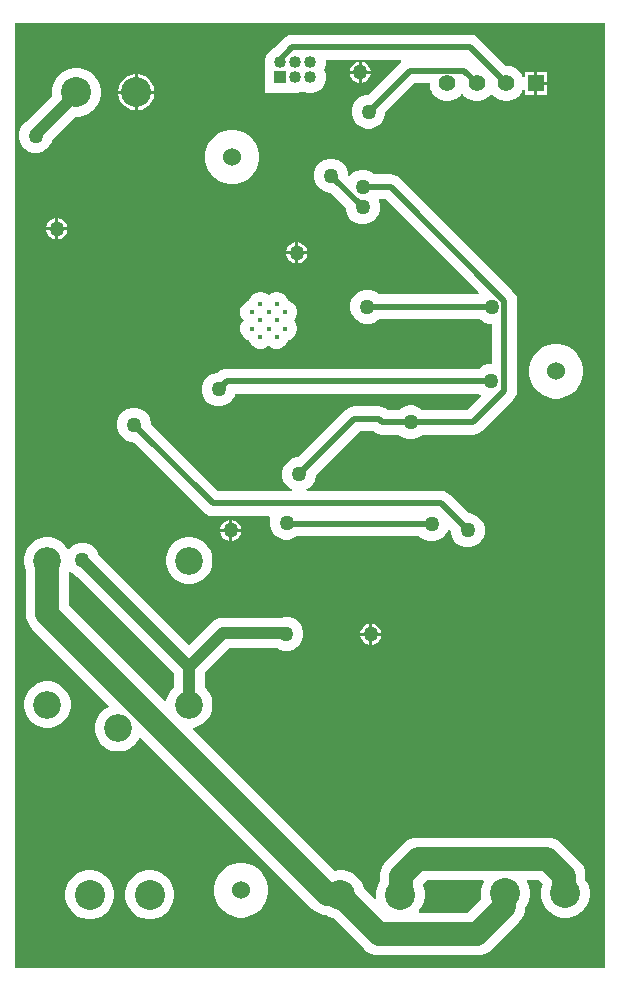
<source format=gbr>
G04*
G04 #@! TF.GenerationSoftware,Altium Limited,Altium Designer,24.4.1 (13)*
G04*
G04 Layer_Physical_Order=2*
G04 Layer_Color=16711680*
%FSLAX44Y44*%
%MOMM*%
G71*
G04*
G04 #@! TF.SameCoordinates,35E0C0FB-C19D-4D04-833B-EC0655963EBE*
G04*
G04*
G04 #@! TF.FilePolarity,Positive*
G04*
G01*
G75*
%ADD12C,0.5000*%
%ADD46C,2.5400*%
%ADD47R,1.4000X1.4000*%
%ADD48C,1.4000*%
%ADD51C,2.3400*%
%ADD53C,1.0000*%
%ADD54C,2.0000*%
%ADD55C,1.5240*%
%ADD56C,0.4000*%
%ADD57C,1.0160*%
%ADD58R,1.0160X1.0160*%
%ADD59C,1.2700*%
G36*
X500000Y0D02*
X0D01*
X-0Y800000D01*
X500000D01*
Y0D01*
D02*
G37*
%LPC*%
G36*
X293610Y767617D02*
Y760024D01*
X301203D01*
X300624Y762185D01*
X299454Y764212D01*
X297799Y765867D01*
X295771Y767038D01*
X293610Y767617D01*
D02*
G37*
G36*
X291070D02*
X288909Y767038D01*
X286881Y765867D01*
X285226Y764212D01*
X284056Y762185D01*
X283477Y760024D01*
X291070D01*
Y767617D01*
D02*
G37*
G36*
X450700Y758840D02*
X442430D01*
Y750570D01*
X450700D01*
Y758840D01*
D02*
G37*
G36*
X301203Y757484D02*
X293610D01*
Y749890D01*
X295771Y750469D01*
X297799Y751640D01*
X299454Y753295D01*
X300624Y755322D01*
X301203Y757484D01*
D02*
G37*
G36*
X291070D02*
X283477D01*
X284056Y755322D01*
X285226Y753295D01*
X286881Y751640D01*
X288909Y750469D01*
X291070Y749890D01*
Y757484D01*
D02*
G37*
G36*
X104371Y756920D02*
X104140D01*
Y742950D01*
X118110D01*
Y743181D01*
X117524Y746125D01*
X116376Y748899D01*
X114708Y751395D01*
X112585Y753518D01*
X110089Y755186D01*
X107316Y756334D01*
X104371Y756920D01*
D02*
G37*
G36*
X101600D02*
X101369D01*
X98425Y756334D01*
X95651Y755186D01*
X93155Y753518D01*
X91032Y751395D01*
X89365Y748899D01*
X88216Y746125D01*
X87630Y743181D01*
Y742950D01*
X101600D01*
Y756920D01*
D02*
G37*
G36*
X450700Y748030D02*
X442430D01*
Y739760D01*
X450700D01*
Y748030D01*
D02*
G37*
G36*
X385680Y790371D02*
X234950D01*
X232209Y790010D01*
X229655Y788952D01*
X227461Y787269D01*
X219434Y779242D01*
X216663Y777642D01*
X214228Y775207D01*
X212506Y772224D01*
X211615Y768897D01*
Y765453D01*
Y741395D01*
X239117D01*
X242444Y742287D01*
X243745Y743038D01*
X245046Y742287D01*
X248373Y741395D01*
X251817D01*
X255144Y742287D01*
X258126Y744009D01*
X260562Y746444D01*
X262283Y749427D01*
X263175Y752753D01*
Y756197D01*
X262283Y759524D01*
X261532Y760825D01*
X262283Y762127D01*
X263175Y765453D01*
Y768897D01*
X263399Y769189D01*
X326895D01*
X327303Y767987D01*
X326832Y767625D01*
X298895Y739688D01*
X297633D01*
X293984Y738710D01*
X290711Y736821D01*
X288040Y734149D01*
X286150Y730877D01*
X285173Y727227D01*
Y723449D01*
X286150Y719799D01*
X288040Y716527D01*
X290711Y713855D01*
X293984Y711966D01*
X297633Y710988D01*
X301412D01*
X305061Y711966D01*
X308334Y713855D01*
X311005Y716527D01*
X312895Y719799D01*
X313873Y723449D01*
Y724711D01*
X338707Y749546D01*
X351160D01*
Y747823D01*
X351736Y744925D01*
X352867Y742195D01*
X354509Y739738D01*
X356598Y737649D01*
X359055Y736007D01*
X361785Y734876D01*
X364683Y734300D01*
X367637D01*
X370535Y734876D01*
X373265Y736007D01*
X375722Y737649D01*
X377811Y739738D01*
X378025Y740058D01*
X379295D01*
X379509Y739738D01*
X381598Y737649D01*
X384055Y736007D01*
X386785Y734876D01*
X389683Y734300D01*
X392637D01*
X395535Y734876D01*
X398265Y736007D01*
X400722Y737649D01*
X402811Y739738D01*
X403025Y740058D01*
X404295D01*
X404509Y739738D01*
X406598Y737649D01*
X409055Y736007D01*
X411785Y734876D01*
X414682Y734300D01*
X417637D01*
X420535Y734876D01*
X423265Y736007D01*
X425722Y737649D01*
X427811Y739738D01*
X429453Y742195D01*
X430350Y744361D01*
X431620Y744109D01*
Y739760D01*
X439890D01*
Y749300D01*
Y758840D01*
X431620D01*
Y754491D01*
X430350Y754239D01*
X429453Y756405D01*
X427811Y758862D01*
X425722Y760951D01*
X423265Y762593D01*
X420535Y763724D01*
X417637Y764300D01*
X416137D01*
X393168Y787269D01*
X390975Y788952D01*
X388421Y790010D01*
X385680Y790371D01*
D02*
G37*
G36*
X118110Y740410D02*
X104140D01*
Y726440D01*
X104371D01*
X107316Y727026D01*
X110089Y728175D01*
X112585Y729842D01*
X114708Y731965D01*
X116376Y734461D01*
X117524Y737235D01*
X118110Y740179D01*
Y740410D01*
D02*
G37*
G36*
X101600D02*
X87630D01*
Y740179D01*
X88216Y737235D01*
X89365Y734461D01*
X91032Y731965D01*
X93155Y729842D01*
X95651Y728175D01*
X98425Y727026D01*
X101369Y726440D01*
X101600D01*
Y740410D01*
D02*
G37*
G36*
X54109Y762380D02*
X50031D01*
X46032Y761585D01*
X42265Y760024D01*
X38875Y757759D01*
X35991Y754875D01*
X33726Y751485D01*
X32166Y747718D01*
X31370Y743719D01*
Y739641D01*
X31600Y738484D01*
X10106Y716989D01*
X8969Y716333D01*
X6297Y713661D01*
X4408Y710389D01*
X3430Y706739D01*
Y702961D01*
X4408Y699311D01*
X6297Y696039D01*
X8969Y693367D01*
X12241Y691478D01*
X15891Y690500D01*
X19669D01*
X23319Y691478D01*
X26591Y693367D01*
X29263Y696039D01*
X31152Y699311D01*
X31751Y701548D01*
X51184Y720980D01*
X54109D01*
X58108Y721776D01*
X61875Y723336D01*
X65266Y725601D01*
X68149Y728485D01*
X70414Y731875D01*
X71975Y735642D01*
X72770Y739641D01*
Y743719D01*
X71975Y747718D01*
X70414Y751485D01*
X68149Y754875D01*
X65266Y757759D01*
X61875Y760024D01*
X58108Y761585D01*
X54109Y762380D01*
D02*
G37*
G36*
X186415Y710070D02*
X181885D01*
X177441Y709186D01*
X173255Y707452D01*
X169488Y704935D01*
X166285Y701732D01*
X163768Y697965D01*
X162034Y693779D01*
X161150Y689335D01*
Y684805D01*
X162034Y680361D01*
X163768Y676175D01*
X166285Y672408D01*
X169488Y669205D01*
X173255Y666688D01*
X177441Y664954D01*
X181885Y664070D01*
X186415D01*
X190859Y664954D01*
X195045Y666688D01*
X198812Y669205D01*
X202015Y672408D01*
X204532Y676175D01*
X206266Y680361D01*
X207150Y684805D01*
Y689335D01*
X206266Y693779D01*
X204532Y697965D01*
X202015Y701732D01*
X198812Y704935D01*
X195045Y707452D01*
X190859Y709186D01*
X186415Y710070D01*
D02*
G37*
G36*
X36830Y634973D02*
Y627380D01*
X44423D01*
X43844Y629541D01*
X42674Y631569D01*
X41019Y633224D01*
X38991Y634394D01*
X36830Y634973D01*
D02*
G37*
G36*
X34290D02*
X32129Y634394D01*
X30101Y633224D01*
X28446Y631569D01*
X27276Y629541D01*
X26697Y627380D01*
X34290D01*
Y634973D01*
D02*
G37*
G36*
X44423Y624840D02*
X36830D01*
Y617247D01*
X38991Y617826D01*
X41019Y618996D01*
X42674Y620651D01*
X43844Y622679D01*
X44423Y624840D01*
D02*
G37*
G36*
X34290D02*
X26697D01*
X27276Y622679D01*
X28446Y620651D01*
X30101Y618996D01*
X32129Y617826D01*
X34290Y617247D01*
Y624840D01*
D02*
G37*
G36*
X240086Y614597D02*
Y607004D01*
X247680D01*
X247101Y609165D01*
X245930Y611192D01*
X244275Y612847D01*
X242248Y614018D01*
X240086Y614597D01*
D02*
G37*
G36*
X237547D02*
X235385Y614018D01*
X233358Y612847D01*
X231703Y611192D01*
X230532Y609165D01*
X229953Y607004D01*
X237547D01*
Y614597D01*
D02*
G37*
G36*
X247680Y604464D02*
X240086D01*
Y596870D01*
X242248Y597449D01*
X244275Y598620D01*
X245930Y600275D01*
X247101Y602302D01*
X247680Y604464D01*
D02*
G37*
G36*
X237547D02*
X229953D01*
X230532Y602302D01*
X231703Y600275D01*
X233358Y598620D01*
X235385Y597449D01*
X237547Y596870D01*
Y604464D01*
D02*
G37*
G36*
X269662Y685586D02*
X265883D01*
X262234Y684608D01*
X258961Y682719D01*
X256290Y680047D01*
X254400Y676775D01*
X253423Y673125D01*
Y669347D01*
X254400Y665697D01*
X256290Y662425D01*
X258961Y659753D01*
X262234Y657864D01*
X265883Y656886D01*
X267145D01*
X280347Y643685D01*
Y642423D01*
X281324Y638773D01*
X283214Y635501D01*
X285885Y632829D01*
X289158Y630940D01*
X292807Y629962D01*
X296586D01*
X300235Y630940D01*
X303508Y632829D01*
X306179Y635501D01*
X308069Y638773D01*
X309046Y642423D01*
Y646201D01*
X308103Y649724D01*
X308198Y650161D01*
X308679Y650994D01*
X313932D01*
X392995Y571931D01*
X392469Y570661D01*
X308153D01*
X307261Y571553D01*
X303989Y573442D01*
X300339Y574420D01*
X296561D01*
X292911Y573442D01*
X289639Y571553D01*
X286967Y568881D01*
X285078Y565609D01*
X284100Y561959D01*
Y558181D01*
X285078Y554531D01*
X286967Y551259D01*
X289639Y548587D01*
X292911Y546698D01*
X296561Y545720D01*
X300339D01*
X303989Y546698D01*
X307261Y548587D01*
X308153Y549479D01*
X394157D01*
X395049Y548587D01*
X398321Y546698D01*
X401971Y545720D01*
X403994D01*
Y511596D01*
X401011D01*
X397362Y510618D01*
X394089Y508729D01*
X393197Y507837D01*
X179832D01*
X177091Y507476D01*
X174537Y506418D01*
X172343Y504735D01*
X172093Y504484D01*
X170831D01*
X167181Y503506D01*
X163909Y501617D01*
X161237Y498945D01*
X159348Y495673D01*
X158370Y492023D01*
Y488245D01*
X159348Y484595D01*
X161237Y481323D01*
X163909Y478651D01*
X167181Y476762D01*
X170831Y475784D01*
X174609D01*
X178259Y476762D01*
X181531Y478651D01*
X184203Y481323D01*
X186092Y484595D01*
X186644Y486656D01*
X393197D01*
X394089Y485763D01*
X394557Y485493D01*
X394723Y484234D01*
X383359Y472871D01*
X344983D01*
X344091Y473763D01*
X340819Y475652D01*
X337169Y476630D01*
X333391D01*
X329741Y475652D01*
X326469Y473763D01*
X325577Y472871D01*
X315581D01*
X313570Y474414D01*
X311015Y475472D01*
X308274Y475833D01*
X287584D01*
X284843Y475472D01*
X282289Y474414D01*
X280096Y472731D01*
X240221Y432856D01*
X238959D01*
X235310Y431878D01*
X232037Y429989D01*
X229366Y427317D01*
X227476Y424045D01*
X226499Y420395D01*
Y416617D01*
X227476Y412967D01*
X229366Y409695D01*
X232037Y407023D01*
X234720Y405475D01*
X234379Y404205D01*
X171829D01*
X115245Y460790D01*
Y462051D01*
X114267Y465701D01*
X112377Y468973D01*
X109706Y471645D01*
X106433Y473534D01*
X102784Y474512D01*
X99005D01*
X95356Y473534D01*
X92083Y471645D01*
X89412Y468973D01*
X87522Y465701D01*
X86545Y462051D01*
Y458273D01*
X87522Y454623D01*
X89412Y451351D01*
X92083Y448679D01*
X95356Y446790D01*
X99005Y445812D01*
X100267D01*
X159954Y386125D01*
X162147Y384442D01*
X164701Y383385D01*
X167442Y383024D01*
X215527D01*
X216502Y381754D01*
X215830Y379247D01*
Y375469D01*
X216808Y371819D01*
X218698Y368547D01*
X221369Y365875D01*
X224642Y363986D01*
X228291Y363008D01*
X232070D01*
X235719Y363986D01*
X238992Y365875D01*
X239165Y366049D01*
X342637D01*
X344249Y364437D01*
X347521Y362548D01*
X351171Y361570D01*
X354949D01*
X358599Y362548D01*
X361871Y364437D01*
X364543Y367109D01*
X366432Y370381D01*
X366651Y371197D01*
X367877Y371525D01*
X369190Y370213D01*
Y368951D01*
X370168Y365301D01*
X372057Y362029D01*
X374729Y359357D01*
X378001Y357468D01*
X381651Y356490D01*
X385429D01*
X389079Y357468D01*
X392351Y359357D01*
X395023Y362029D01*
X396912Y365301D01*
X397890Y368951D01*
Y372729D01*
X396912Y376379D01*
X395023Y379651D01*
X392351Y382323D01*
X389079Y384212D01*
X385429Y385190D01*
X384167D01*
X368255Y401103D01*
X366061Y402786D01*
X363507Y403844D01*
X360766Y404205D01*
X247318D01*
X246978Y405475D01*
X249660Y407023D01*
X252331Y409695D01*
X254221Y412967D01*
X255198Y416617D01*
Y417879D01*
X291971Y454652D01*
X303930D01*
X305941Y453108D01*
X308496Y452050D01*
X311236Y451689D01*
X325577D01*
X326469Y450797D01*
X329741Y448908D01*
X333391Y447930D01*
X337169D01*
X340819Y448908D01*
X344091Y450797D01*
X344983Y451689D01*
X387746D01*
X390487Y452050D01*
X393042Y453108D01*
X395235Y454791D01*
X422073Y481629D01*
X423756Y483823D01*
X424814Y486377D01*
X425175Y489118D01*
Y565318D01*
X424814Y568059D01*
X423756Y570614D01*
X422073Y572807D01*
X325807Y669073D01*
X323614Y670756D01*
X321059Y671814D01*
X318319Y672175D01*
X304400D01*
X303508Y673067D01*
X300235Y674956D01*
X296586Y675934D01*
X292807D01*
X289158Y674956D01*
X285885Y673067D01*
X283402Y670584D01*
X282122Y671864D01*
Y673125D01*
X281145Y676775D01*
X279255Y680047D01*
X276584Y682719D01*
X273311Y684608D01*
X269662Y685586D01*
D02*
G37*
G36*
X223187Y572710D02*
X220554D01*
X218010Y572029D01*
X215730Y570712D01*
X214870Y569852D01*
X214010Y570712D01*
X211730Y572029D01*
X209187Y572710D01*
X206554D01*
X204010Y572029D01*
X201730Y570712D01*
X199868Y568850D01*
X198552Y566570D01*
X198226Y565354D01*
X197010Y565028D01*
X194730Y563712D01*
X192868Y561850D01*
X191551Y559570D01*
X190870Y557026D01*
Y554393D01*
X191551Y551850D01*
X192868Y549570D01*
X193728Y548710D01*
X192868Y547850D01*
X191551Y545570D01*
X190870Y543026D01*
Y540393D01*
X191551Y537850D01*
X192868Y535570D01*
X194730Y533708D01*
X197010Y532391D01*
X198226Y532066D01*
X198552Y530850D01*
X199868Y528570D01*
X201730Y526708D01*
X204010Y525392D01*
X206554Y524710D01*
X209187D01*
X211730Y525392D01*
X214010Y526708D01*
X214870Y527568D01*
X215730Y526708D01*
X218010Y525392D01*
X220554Y524710D01*
X223187D01*
X225730Y525392D01*
X228010Y526708D01*
X229872Y528570D01*
X231189Y530850D01*
X231514Y532066D01*
X232730Y532391D01*
X235010Y533708D01*
X236872Y535570D01*
X238188Y537850D01*
X238870Y540393D01*
Y543026D01*
X238188Y545570D01*
X236872Y547850D01*
X236012Y548710D01*
X236872Y549570D01*
X238188Y551850D01*
X238870Y554393D01*
Y557026D01*
X238188Y559570D01*
X236872Y561850D01*
X235010Y563712D01*
X232730Y565028D01*
X231514Y565354D01*
X231189Y566570D01*
X229872Y568850D01*
X228010Y570712D01*
X225730Y572029D01*
X223187Y572710D01*
D02*
G37*
G36*
X460735Y528460D02*
X456205D01*
X451761Y527576D01*
X447575Y525842D01*
X443808Y523325D01*
X440605Y520122D01*
X438088Y516355D01*
X436354Y512169D01*
X435470Y507725D01*
Y503195D01*
X436354Y498751D01*
X438088Y494565D01*
X440605Y490798D01*
X443808Y487595D01*
X447575Y485078D01*
X451761Y483344D01*
X456205Y482460D01*
X460735D01*
X465179Y483344D01*
X469365Y485078D01*
X473132Y487595D01*
X476335Y490798D01*
X478852Y494565D01*
X480586Y498751D01*
X481470Y503195D01*
Y507725D01*
X480586Y512169D01*
X478852Y516355D01*
X476335Y520122D01*
X473132Y523325D01*
X469365Y525842D01*
X465179Y527576D01*
X460735Y528460D01*
D02*
G37*
G36*
X184150Y379703D02*
Y372110D01*
X191743D01*
X191164Y374271D01*
X189994Y376299D01*
X188339Y377954D01*
X186311Y379124D01*
X184150Y379703D01*
D02*
G37*
G36*
X181610D02*
X179449Y379124D01*
X177421Y377954D01*
X175766Y376299D01*
X174596Y374271D01*
X174017Y372110D01*
X181610D01*
Y379703D01*
D02*
G37*
G36*
X191743Y369570D02*
X184150D01*
Y361977D01*
X186311Y362556D01*
X188339Y363726D01*
X189994Y365381D01*
X191164Y367409D01*
X191743Y369570D01*
D02*
G37*
G36*
X181610D02*
X174017D01*
X174596Y367409D01*
X175766Y365381D01*
X177421Y363726D01*
X179449Y362556D01*
X181610Y361977D01*
Y369570D01*
D02*
G37*
G36*
X149570Y365020D02*
X145690D01*
X141884Y364263D01*
X138299Y362778D01*
X135072Y360622D01*
X132328Y357878D01*
X130172Y354652D01*
X128687Y351067D01*
X127930Y347260D01*
Y343380D01*
X128687Y339574D01*
X130172Y335989D01*
X132328Y332762D01*
X135072Y330018D01*
X138299Y327862D01*
X141884Y326377D01*
X145690Y325620D01*
X149570D01*
X153376Y326377D01*
X156961Y327862D01*
X160188Y330018D01*
X162932Y332762D01*
X165088Y335989D01*
X166573Y339574D01*
X167330Y343380D01*
Y347260D01*
X166573Y351067D01*
X165088Y354652D01*
X162932Y357878D01*
X160188Y360622D01*
X156961Y362778D01*
X153376Y364263D01*
X149570Y365020D01*
D02*
G37*
G36*
X302817Y291757D02*
Y284163D01*
X310410D01*
X309831Y286325D01*
X308661Y288352D01*
X307006Y290007D01*
X304978Y291178D01*
X302817Y291757D01*
D02*
G37*
G36*
X300277D02*
X298116Y291178D01*
X296088Y290007D01*
X294433Y288352D01*
X293263Y286325D01*
X292684Y284163D01*
X300277D01*
Y291757D01*
D02*
G37*
G36*
X310410Y281623D02*
X302817D01*
Y274030D01*
X304978Y274609D01*
X307006Y275780D01*
X308661Y277435D01*
X309831Y279462D01*
X310410Y281623D01*
D02*
G37*
G36*
X300277D02*
X292684D01*
X293263Y279462D01*
X294433Y277435D01*
X296088Y275780D01*
X298116Y274609D01*
X300277Y274030D01*
Y281623D01*
D02*
G37*
G36*
X29571Y365020D02*
X25690D01*
X21884Y364263D01*
X18299Y362778D01*
X15072Y360622D01*
X12328Y357878D01*
X10172Y354652D01*
X8687Y351067D01*
X7930Y347260D01*
Y343380D01*
X8687Y339574D01*
X9543Y337508D01*
Y300030D01*
X9717Y298265D01*
X9891Y296501D01*
X10920Y293108D01*
X12591Y289981D01*
X14841Y287240D01*
X79615Y222466D01*
X79367Y221220D01*
X78299Y220778D01*
X75072Y218622D01*
X72328Y215878D01*
X70172Y212651D01*
X68687Y209066D01*
X67930Y205260D01*
Y201380D01*
X68687Y197574D01*
X70172Y193988D01*
X72328Y190762D01*
X75072Y188018D01*
X78299Y185862D01*
X81884Y184377D01*
X85690Y183620D01*
X89570D01*
X93376Y184377D01*
X96962Y185862D01*
X100188Y188018D01*
X102932Y190762D01*
X105088Y193988D01*
X105531Y195057D01*
X106776Y195305D01*
X251607Y50474D01*
X254348Y48224D01*
X257475Y46553D01*
X260868Y45524D01*
X263760Y45239D01*
X265785Y43886D01*
X269552Y42326D01*
X270006Y42235D01*
X295821Y16421D01*
X298561Y14171D01*
X301688Y12500D01*
X305082Y11470D01*
X308610Y11123D01*
X391160D01*
X392924Y11297D01*
X394689Y11470D01*
X398082Y12500D01*
X401209Y14171D01*
X403950Y16421D01*
X427046Y39517D01*
X429296Y42258D01*
X430967Y45385D01*
X431996Y48778D01*
X432281Y51670D01*
X433634Y53695D01*
X435195Y57462D01*
X435990Y61461D01*
Y65539D01*
X435195Y69538D01*
X433634Y73305D01*
X433502Y73503D01*
X434101Y74623D01*
X443358D01*
X446847Y71134D01*
X446186Y69538D01*
X445390Y65539D01*
Y61461D01*
X446186Y57462D01*
X447746Y53695D01*
X450011Y50305D01*
X452895Y47421D01*
X456285Y45156D01*
X460052Y43595D01*
X464051Y42800D01*
X468129D01*
X472128Y43595D01*
X475895Y45156D01*
X479286Y47421D01*
X482169Y50305D01*
X484434Y53695D01*
X485995Y57462D01*
X486790Y61461D01*
Y65539D01*
X485995Y69538D01*
X484434Y73305D01*
X483144Y75236D01*
Y78503D01*
X482970Y80267D01*
X482797Y82032D01*
X481767Y85425D01*
X480096Y88552D01*
X477846Y91293D01*
X463639Y105499D01*
X460899Y107749D01*
X457772Y109420D01*
X454379Y110450D01*
X452614Y110623D01*
X450850Y110797D01*
X341630D01*
X339866Y110623D01*
X338101Y110450D01*
X334708Y109420D01*
X331581Y107749D01*
X328840Y105499D01*
X314634Y91293D01*
X312384Y88552D01*
X310713Y85425D01*
X309684Y82032D01*
X309510Y80268D01*
X309336Y78503D01*
Y73966D01*
X308046Y72035D01*
X306486Y68268D01*
X305690Y64269D01*
Y60191D01*
X305880Y59238D01*
X304760Y58640D01*
X295585Y67814D01*
X295495Y68268D01*
X293934Y72035D01*
X291669Y75426D01*
X288786Y78309D01*
X285395Y80574D01*
X281628Y82135D01*
X277629Y82930D01*
X273551D01*
X270847Y82392D01*
X150564Y202675D01*
X150932Y203891D01*
X153376Y204377D01*
X156961Y205862D01*
X160188Y208018D01*
X162932Y210762D01*
X165088Y213988D01*
X166573Y217574D01*
X167330Y221380D01*
Y225260D01*
X166573Y229066D01*
X165088Y232651D01*
X162932Y235878D01*
X160742Y238068D01*
Y250007D01*
X181576Y270841D01*
X222594D01*
X224331Y269838D01*
X227981Y268860D01*
X231759D01*
X235409Y269838D01*
X238681Y271727D01*
X241353Y274399D01*
X243242Y277671D01*
X244220Y281321D01*
Y285099D01*
X243242Y288749D01*
X241353Y292021D01*
X238681Y294693D01*
X235409Y296582D01*
X231759Y297560D01*
X227981D01*
X226135Y297065D01*
X176145D01*
X176145Y297065D01*
X172751Y296619D01*
X169588Y295309D01*
X166873Y293225D01*
X147630Y273982D01*
X70713Y350899D01*
X70579Y351401D01*
X68689Y354673D01*
X66018Y357345D01*
X62745Y359234D01*
X59096Y360212D01*
X55317D01*
X51668Y359234D01*
X48395Y357345D01*
X46225Y355174D01*
X46150Y355140D01*
X44777Y355240D01*
X44641Y355321D01*
X42932Y357878D01*
X40188Y360622D01*
X36962Y362778D01*
X33377Y364263D01*
X29571Y365020D01*
D02*
G37*
G36*
Y243020D02*
X25690D01*
X21884Y242263D01*
X18299Y240778D01*
X15072Y238622D01*
X12328Y235878D01*
X10172Y232651D01*
X8687Y229066D01*
X7930Y225260D01*
Y221380D01*
X8687Y217574D01*
X10172Y213988D01*
X12328Y210762D01*
X15072Y208018D01*
X18299Y205862D01*
X21884Y204377D01*
X25690Y203620D01*
X29571D01*
X33377Y204377D01*
X36962Y205862D01*
X40188Y208018D01*
X42932Y210762D01*
X45088Y213988D01*
X46573Y217574D01*
X47330Y221380D01*
Y225260D01*
X46573Y229066D01*
X45088Y232651D01*
X42932Y235878D01*
X40188Y238622D01*
X36962Y240778D01*
X33377Y242263D01*
X29571Y243020D01*
D02*
G37*
G36*
X194035Y89040D02*
X189505D01*
X185061Y88156D01*
X180875Y86422D01*
X177108Y83905D01*
X173905Y80702D01*
X171388Y76935D01*
X169654Y72749D01*
X168770Y68305D01*
Y63775D01*
X169654Y59331D01*
X171388Y55145D01*
X173905Y51378D01*
X177108Y48175D01*
X180875Y45658D01*
X185061Y43924D01*
X189505Y43040D01*
X194035D01*
X198479Y43924D01*
X202665Y45658D01*
X206432Y48175D01*
X209635Y51378D01*
X212152Y55145D01*
X213886Y59331D01*
X214770Y63775D01*
Y68305D01*
X213886Y72749D01*
X212152Y76935D01*
X209635Y80702D01*
X206432Y83905D01*
X202665Y86422D01*
X198479Y88156D01*
X194035Y89040D01*
D02*
G37*
G36*
X116339Y82930D02*
X112261D01*
X108262Y82135D01*
X104495Y80574D01*
X101104Y78309D01*
X98221Y75426D01*
X95956Y72035D01*
X94396Y68268D01*
X93600Y64269D01*
Y60191D01*
X94396Y56192D01*
X95956Y52425D01*
X98221Y49035D01*
X101104Y46151D01*
X104495Y43886D01*
X108262Y42326D01*
X112261Y41530D01*
X116339D01*
X120338Y42326D01*
X124105Y43886D01*
X127495Y46151D01*
X130379Y49035D01*
X132644Y52425D01*
X134205Y56192D01*
X135000Y60191D01*
Y64269D01*
X134205Y68268D01*
X132644Y72035D01*
X130379Y75426D01*
X127495Y78309D01*
X124105Y80574D01*
X120338Y82135D01*
X116339Y82930D01*
D02*
G37*
G36*
X65539D02*
X61461D01*
X57462Y82135D01*
X53695Y80574D01*
X50304Y78309D01*
X47421Y75426D01*
X45156Y72035D01*
X43595Y68268D01*
X42800Y64269D01*
Y60191D01*
X43595Y56192D01*
X45156Y52425D01*
X47421Y49035D01*
X50304Y46151D01*
X53695Y43886D01*
X57462Y42326D01*
X61461Y41530D01*
X65539D01*
X69538Y42326D01*
X73305Y43886D01*
X76695Y46151D01*
X79579Y49035D01*
X81844Y52425D01*
X83405Y56192D01*
X84200Y60191D01*
Y64269D01*
X83405Y68268D01*
X81844Y72035D01*
X79579Y75426D01*
X76695Y78309D01*
X73305Y80574D01*
X69538Y82135D01*
X65539Y82930D01*
D02*
G37*
%LPD*%
G36*
X48395Y334379D02*
X51668Y332490D01*
X52170Y332356D01*
X134518Y250007D01*
Y238068D01*
X132328Y235878D01*
X130172Y232651D01*
X128687Y229066D01*
X128201Y226622D01*
X126986Y226254D01*
X45717Y307522D01*
Y335261D01*
X46987Y335787D01*
X48395Y334379D01*
D02*
G37*
G36*
X397078Y73503D02*
X396946Y73305D01*
X395386Y69538D01*
X394590Y65539D01*
Y61461D01*
X395128Y58757D01*
X383668Y47297D01*
X342391D01*
X341905Y48470D01*
X342469Y49035D01*
X344734Y52425D01*
X346295Y56192D01*
X347090Y60191D01*
Y64269D01*
X346295Y68268D01*
X345510Y70161D01*
Y71011D01*
X349122Y74623D01*
X396479D01*
X397078Y73503D01*
D02*
G37*
D12*
X52070Y740410D02*
Y741680D01*
X17780Y704850D02*
Y706120D01*
X311236Y462280D02*
X387746D01*
X308274Y465242D02*
X311236Y462280D01*
X387746D02*
X414585Y489118D01*
X223520Y768350D02*
X234950Y779780D01*
X385680D02*
X416160Y749300D01*
X234950Y779780D02*
X385680D01*
X230900Y376639D02*
X352341D01*
X230180Y377358D02*
X230900Y376639D01*
X298450Y560070D02*
X403860D01*
X414585Y489118D02*
Y565318D01*
X318319Y661584D02*
X414585Y565318D01*
X236220Y768350D02*
X237207Y769337D01*
X287584Y465242D02*
X308274D01*
X352341Y376639D02*
X353060Y375920D01*
X360766Y393614D02*
X383540Y370840D01*
X167442Y393614D02*
X360766D01*
X229127Y283953D02*
X229870Y283210D01*
X100894Y460162D02*
X167442Y393614D01*
X299522Y725338D02*
X334320Y760136D01*
X380324D01*
X391160Y749300D01*
X294697Y661584D02*
X318319D01*
X267773Y671236D02*
X294697Y644312D01*
X240849Y418506D02*
X287584Y465242D01*
X179832Y497246D02*
X402901D01*
X172720Y490134D02*
X179832Y497246D01*
D46*
X275590Y62230D02*
D03*
X326390D02*
D03*
X102870Y741680D02*
D03*
X52070D02*
D03*
X63500Y62230D02*
D03*
X114300D02*
D03*
X466090Y63500D02*
D03*
X415290D02*
D03*
D47*
X441160Y749300D02*
D03*
D48*
X416160D02*
D03*
X391160D02*
D03*
X366160D02*
D03*
D51*
X147630Y345320D02*
D03*
X27630D02*
D03*
Y223320D02*
D03*
X147630D02*
D03*
X87630Y203320D02*
D03*
D53*
X17780Y706120D02*
X52070Y740410D01*
X176145Y283953D02*
X229127D01*
X147630Y255439D02*
X176145Y283953D01*
X57207Y345862D02*
X147630Y255439D01*
Y223320D02*
Y255439D01*
D54*
X264397Y63263D02*
X274557D01*
X27630Y300030D02*
X264397Y63263D01*
X274557D02*
X275590Y62230D01*
X27630Y300030D02*
Y345320D01*
X450850Y92710D02*
X465057Y78503D01*
Y64533D02*
X466090Y63500D01*
X341630Y92710D02*
X450850D01*
X465057Y64533D02*
Y78503D01*
X327423Y63263D02*
Y78503D01*
X326390Y62230D02*
X327423Y63263D01*
Y78503D02*
X341630Y92710D01*
X414257Y62467D02*
X415290Y63500D01*
X414257Y52307D02*
Y62467D01*
X308610Y29210D02*
X391160D01*
X414257Y52307D01*
X275590Y62230D02*
X308610Y29210D01*
D55*
X184150Y687070D02*
D03*
X191770Y66040D02*
D03*
X458470Y505460D02*
D03*
D56*
X214870Y555710D02*
D03*
X200870D02*
D03*
X228870D02*
D03*
X200870Y541710D02*
D03*
X214870D02*
D03*
X228870D02*
D03*
X207870Y562710D02*
D03*
X221870D02*
D03*
X207870Y548710D02*
D03*
X221870D02*
D03*
X207870Y534710D02*
D03*
X221870D02*
D03*
D57*
X250095Y754475D02*
D03*
Y767175D02*
D03*
X237395D02*
D03*
X224695D02*
D03*
X237395Y754475D02*
D03*
D58*
X224695D02*
D03*
D59*
X17780Y704850D02*
D03*
X35560Y626110D02*
D03*
X335280Y462280D02*
D03*
X230180Y377358D02*
D03*
X298450Y560070D02*
D03*
X403860D02*
D03*
X292340Y758754D02*
D03*
X182880Y370840D02*
D03*
X301547Y282893D02*
D03*
X353060Y375920D02*
D03*
X383540Y370840D02*
D03*
X229870Y283210D02*
D03*
X238817Y605734D02*
D03*
X100894Y460162D02*
D03*
X299522Y725338D02*
D03*
X294697Y661584D02*
D03*
Y644312D02*
D03*
X267773Y671236D02*
D03*
X240849Y418506D02*
D03*
X402901Y497246D02*
D03*
X172720Y490134D02*
D03*
X57207Y345862D02*
D03*
M02*

</source>
